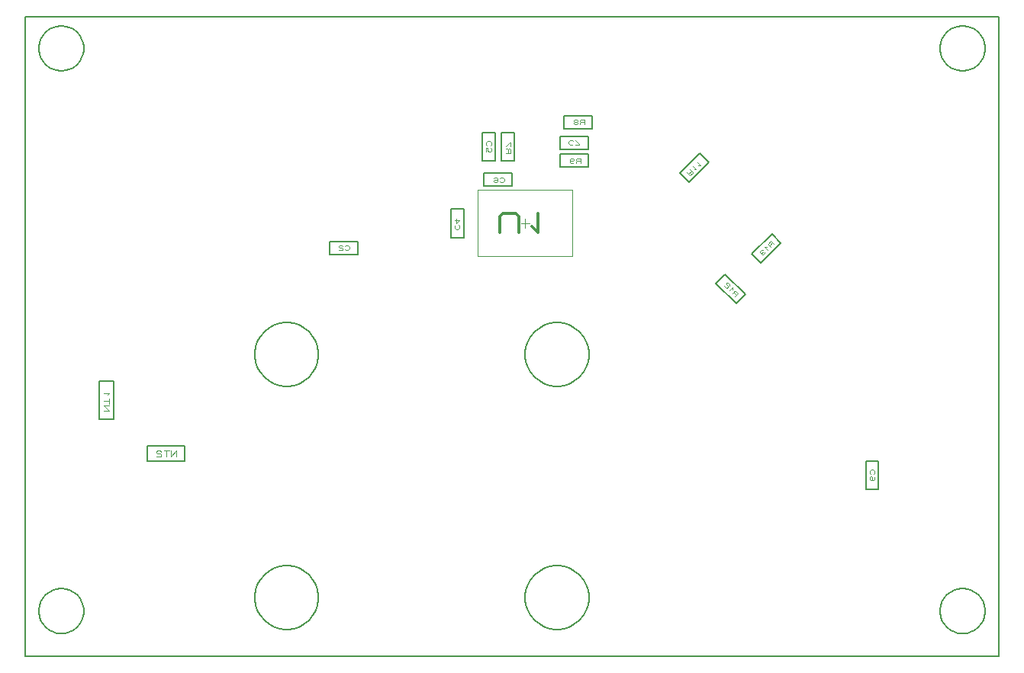
<source format=gbr>
G04 PROTEUS GERBER X2 FILE*
%TF.GenerationSoftware,Labcenter,Proteus,8.6-SP2-Build23525*%
%TF.CreationDate,2018-04-04T03:23:59+00:00*%
%TF.FileFunction,AssemblyDrawing,Bot*%
%TF.FilePolarity,Positive*%
%TF.Part,Single*%
%FSLAX45Y45*%
%MOMM*%
G01*
%TA.AperFunction,Material*%
%ADD73C,0.203200*%
%ADD67C,0.085340*%
%TA.AperFunction,Profile*%
%ADD17C,0.203200*%
%TA.AperFunction,Material*%
%ADD68C,0.100580*%
%ADD59C,0.050000*%
%ADD69C,0.351660*%
%ADD74C,0.078740*%
%TD.AperFunction*%
D73*
X+8926340Y-650800D02*
X+9068580Y-650800D01*
X+9068580Y-335840D01*
X+8926340Y-335840D01*
X+8926340Y-650800D01*
D67*
X+9014529Y-476251D02*
X+9023064Y-467716D01*
X+9023064Y-442113D01*
X+9005995Y-425045D01*
X+8988926Y-425045D01*
X+8971857Y-442113D01*
X+8971857Y-467716D01*
X+8980392Y-476251D01*
X+8988926Y-544526D02*
X+8997460Y-535991D01*
X+8997460Y-510388D01*
X+8988926Y-501854D01*
X+8980392Y-501854D01*
X+8971857Y-510388D01*
X+8971857Y-535991D01*
X+8980392Y-544526D01*
X+9014529Y-544526D01*
X+9023064Y-535991D01*
X+9023064Y-510388D01*
D17*
X-400000Y-2500000D02*
X+10400000Y-2500000D01*
X+10400000Y+4600000D01*
X-400000Y+4600000D01*
X-400000Y-2500000D01*
D73*
X+949200Y-333820D02*
X+1365760Y-333820D01*
X+1365760Y-166180D01*
X+949200Y-166180D01*
X+949200Y-333820D01*
D68*
X+1278180Y-280176D02*
X+1278180Y-219825D01*
X+1217830Y-280176D01*
X+1217830Y-219825D01*
X+1197713Y-219825D02*
X+1137363Y-219825D01*
X+1167538Y-219825D02*
X+1167538Y-280176D01*
X+1107188Y-229884D02*
X+1097130Y-219825D01*
X+1066955Y-219825D01*
X+1056896Y-229884D01*
X+1056896Y-239942D01*
X+1066955Y-250000D01*
X+1097130Y-250000D01*
X+1107188Y-260059D01*
X+1107188Y-280176D01*
X+1056896Y-280176D01*
D73*
X+416180Y+134240D02*
X+583820Y+134240D01*
X+583820Y+550800D01*
X+416180Y+550800D01*
X+416180Y+134240D01*
D68*
X+469824Y+221820D02*
X+530175Y+221820D01*
X+469824Y+282170D01*
X+530175Y+282170D01*
X+530175Y+302287D02*
X+530175Y+362637D01*
X+530175Y+332462D02*
X+469824Y+332462D01*
X+510058Y+402870D02*
X+530175Y+422987D01*
X+469824Y+422987D01*
D59*
X+5673120Y+2679380D02*
X+5673120Y+1939380D01*
X+4623120Y+1939380D01*
X+4623120Y+2679380D01*
X+5673120Y+2679380D01*
X+5098120Y+2309380D02*
X+5198120Y+2309380D01*
X+5148120Y+2259380D02*
X+5148120Y+2359380D01*
D69*
X+4866788Y+2203881D02*
X+4866788Y+2379714D01*
X+4901954Y+2414880D01*
X+5042620Y+2414880D01*
X+5077787Y+2379714D01*
X+5077787Y+2203881D01*
X+5218453Y+2274214D02*
X+5288786Y+2203881D01*
X+5288786Y+2414880D01*
D73*
X+4322540Y+2149380D02*
X+4464780Y+2149380D01*
X+4464780Y+2464340D01*
X+4322540Y+2464340D01*
X+4322540Y+2149380D01*
D67*
X+4376591Y+2289791D02*
X+4368056Y+2281256D01*
X+4368056Y+2255653D01*
X+4385125Y+2238585D01*
X+4402194Y+2238585D01*
X+4419263Y+2255653D01*
X+4419263Y+2281256D01*
X+4410728Y+2289791D01*
X+4385125Y+2358066D02*
X+4385125Y+2306860D01*
X+4419263Y+2340997D01*
X+4368056Y+2340997D01*
D73*
X+7365296Y+1738875D02*
X+7588007Y+1516164D01*
X+7487428Y+1415585D01*
X+7264718Y+1638296D01*
X+7365296Y+1738875D01*
D74*
X+7476472Y+1493714D02*
X+7509878Y+1527120D01*
X+7482039Y+1554959D01*
X+7470904Y+1554959D01*
X+7465336Y+1549391D01*
X+7465336Y+1538256D01*
X+7493175Y+1510417D01*
X+7465336Y+1538256D02*
X+7454200Y+1538256D01*
X+7443065Y+1527120D01*
X+7443065Y+1571662D02*
X+7443065Y+1593933D01*
X+7409658Y+1560527D01*
X+7409659Y+1616204D02*
X+7409659Y+1627340D01*
X+7392955Y+1644043D01*
X+7381820Y+1644043D01*
X+7376252Y+1638475D01*
X+7376252Y+1627340D01*
X+7392955Y+1610636D01*
X+7392955Y+1599501D01*
X+7381820Y+1588365D01*
X+7353981Y+1616204D01*
D73*
X+7661124Y+1965296D02*
X+7883835Y+2188007D01*
X+7984414Y+2087428D01*
X+7761703Y+1864718D01*
X+7661124Y+1965296D01*
D74*
X+7906285Y+2076472D02*
X+7872879Y+2109878D01*
X+7845040Y+2082039D01*
X+7845040Y+2070904D01*
X+7850608Y+2065336D01*
X+7861743Y+2065336D01*
X+7889582Y+2093175D01*
X+7861743Y+2065336D02*
X+7861743Y+2054200D01*
X+7872879Y+2043065D01*
X+7828337Y+2043065D02*
X+7806066Y+2043065D01*
X+7839472Y+2009658D01*
X+7783795Y+2009659D02*
X+7772659Y+2009659D01*
X+7755956Y+1992955D01*
X+7755956Y+1981820D01*
X+7761524Y+1976252D01*
X+7772659Y+1976252D01*
X+7772659Y+1965116D01*
X+7778227Y+1959549D01*
X+7789363Y+1959549D01*
X+7806066Y+1976252D01*
X+7806066Y+1987388D01*
X+7783795Y+1987388D02*
X+7772659Y+1976252D01*
D73*
X+7188007Y+2983836D02*
X+6965296Y+2761125D01*
X+6864717Y+2861704D01*
X+7087428Y+3084414D01*
X+7188007Y+2983836D01*
D74*
X+6942846Y+2872660D02*
X+6976252Y+2839254D01*
X+7004091Y+2867093D01*
X+7004091Y+2878228D01*
X+6998523Y+2883796D01*
X+6987388Y+2883796D01*
X+6959549Y+2855957D01*
X+6987388Y+2883796D02*
X+6987388Y+2894932D01*
X+6976252Y+2906067D01*
X+7020794Y+2906067D02*
X+7043065Y+2906067D01*
X+7009659Y+2939474D01*
X+7065336Y+2950609D02*
X+7087607Y+2950609D01*
X+7054201Y+2984016D01*
D73*
X+5577840Y+3360420D02*
X+5892800Y+3360420D01*
X+5892800Y+3502660D01*
X+5577840Y+3502660D01*
X+5577840Y+3360420D01*
D67*
X+5803595Y+3405936D02*
X+5803595Y+3457143D01*
X+5760924Y+3457143D01*
X+5752389Y+3448608D01*
X+5752389Y+3440074D01*
X+5760924Y+3431540D01*
X+5803595Y+3431540D01*
X+5760924Y+3431540D02*
X+5752389Y+3423005D01*
X+5752389Y+3405936D01*
X+5718252Y+3431540D02*
X+5726786Y+3440074D01*
X+5726786Y+3448608D01*
X+5718252Y+3457143D01*
X+5692649Y+3457143D01*
X+5684114Y+3448608D01*
X+5684114Y+3440074D01*
X+5692649Y+3431540D01*
X+5718252Y+3431540D01*
X+5726786Y+3423005D01*
X+5726786Y+3414471D01*
X+5718252Y+3405936D01*
X+5692649Y+3405936D01*
X+5684114Y+3414471D01*
X+5684114Y+3423005D01*
X+5692649Y+3431540D01*
D73*
X+5535840Y+3131420D02*
X+5850800Y+3131420D01*
X+5850800Y+3273660D01*
X+5535840Y+3273660D01*
X+5535840Y+3131420D01*
D67*
X+5676251Y+3219609D02*
X+5667716Y+3228144D01*
X+5642113Y+3228144D01*
X+5625045Y+3211075D01*
X+5625045Y+3194006D01*
X+5642113Y+3176937D01*
X+5667716Y+3176937D01*
X+5676251Y+3185472D01*
X+5701854Y+3176937D02*
X+5744526Y+3176937D01*
X+5744526Y+3185472D01*
X+5701854Y+3228144D01*
D73*
X+5535840Y+2931420D02*
X+5850800Y+2931420D01*
X+5850800Y+3073660D01*
X+5535840Y+3073660D01*
X+5535840Y+2931420D01*
D67*
X+5761595Y+2976936D02*
X+5761595Y+3028143D01*
X+5718924Y+3028143D01*
X+5710389Y+3019608D01*
X+5710389Y+3011074D01*
X+5718924Y+3002540D01*
X+5761595Y+3002540D01*
X+5718924Y+3002540D02*
X+5710389Y+2994005D01*
X+5710389Y+2976936D01*
X+5642114Y+3011074D02*
X+5650649Y+3002540D01*
X+5676252Y+3002540D01*
X+5684786Y+3011074D01*
X+5684786Y+3019608D01*
X+5676252Y+3028143D01*
X+5650649Y+3028143D01*
X+5642114Y+3019608D01*
X+5642114Y+2985471D01*
X+5650649Y+2976936D01*
X+5676252Y+2976936D01*
D73*
X+4671060Y+2997200D02*
X+4813300Y+2997200D01*
X+4813300Y+3312160D01*
X+4671060Y+3312160D01*
X+4671060Y+2997200D01*
D67*
X+4759249Y+3171749D02*
X+4767784Y+3180284D01*
X+4767784Y+3205887D01*
X+4750715Y+3222955D01*
X+4733646Y+3222955D01*
X+4716577Y+3205887D01*
X+4716577Y+3180284D01*
X+4725112Y+3171749D01*
X+4716577Y+3103474D02*
X+4716577Y+3146146D01*
X+4733646Y+3146146D01*
X+4733646Y+3112009D01*
X+4742180Y+3103474D01*
X+4759249Y+3103474D01*
X+4767784Y+3112009D01*
X+4767784Y+3137612D01*
X+4759249Y+3146146D01*
D73*
X+4883960Y+2997200D02*
X+5026200Y+2997200D01*
X+5026200Y+3312160D01*
X+4883960Y+3312160D01*
X+4883960Y+2997200D01*
D67*
X+4929476Y+3086405D02*
X+4980683Y+3086405D01*
X+4980683Y+3129076D01*
X+4972148Y+3137611D01*
X+4963614Y+3137611D01*
X+4955080Y+3129076D01*
X+4955080Y+3086405D01*
X+4955080Y+3129076D02*
X+4946545Y+3137611D01*
X+4929476Y+3137611D01*
X+4980683Y+3163214D02*
X+4980683Y+3205886D01*
X+4972148Y+3205886D01*
X+4929476Y+3163214D01*
D73*
X+4688840Y+2720340D02*
X+5003800Y+2720340D01*
X+5003800Y+2862580D01*
X+4688840Y+2862580D01*
X+4688840Y+2720340D01*
D67*
X+4863389Y+2774391D02*
X+4871924Y+2765856D01*
X+4897527Y+2765856D01*
X+4914595Y+2782925D01*
X+4914595Y+2799994D01*
X+4897527Y+2817063D01*
X+4871924Y+2817063D01*
X+4863389Y+2808528D01*
X+4795114Y+2808528D02*
X+4803649Y+2817063D01*
X+4829252Y+2817063D01*
X+4837786Y+2808528D01*
X+4837786Y+2774391D01*
X+4829252Y+2765856D01*
X+4803649Y+2765856D01*
X+4795114Y+2774391D01*
X+4795114Y+2782925D01*
X+4803649Y+2791460D01*
X+4837786Y+2791460D01*
D73*
X+2974340Y+1963420D02*
X+3289300Y+1963420D01*
X+3289300Y+2105660D01*
X+2974340Y+2105660D01*
X+2974340Y+1963420D01*
D67*
X+3148889Y+2017471D02*
X+3157424Y+2008936D01*
X+3183027Y+2008936D01*
X+3200095Y+2026005D01*
X+3200095Y+2043074D01*
X+3183027Y+2060143D01*
X+3157424Y+2060143D01*
X+3148889Y+2051608D01*
X+3123286Y+2051608D02*
X+3114752Y+2060143D01*
X+3089149Y+2060143D01*
X+3080614Y+2051608D01*
X+3080614Y+2043074D01*
X+3089149Y+2034540D01*
X+3114752Y+2034540D01*
X+3123286Y+2026005D01*
X+3123286Y+2008936D01*
X+3080614Y+2008936D01*
D17*
X+250000Y-2000000D02*
X+249185Y-1979829D01*
X+242566Y-1939486D01*
X+228753Y-1899143D01*
X+206307Y-1858800D01*
X+172010Y-1818582D01*
X+131667Y-1787482D01*
X+91324Y-1767277D01*
X+50981Y-1755253D01*
X+10638Y-1750226D01*
X+0Y-1750000D01*
X-250000Y-2000000D02*
X-249185Y-1979829D01*
X-242566Y-1939486D01*
X-228753Y-1899143D01*
X-206307Y-1858800D01*
X-172010Y-1818582D01*
X-131667Y-1787482D01*
X-91324Y-1767277D01*
X-50981Y-1755253D01*
X-10638Y-1750226D01*
X+0Y-1750000D01*
X-250000Y-2000000D02*
X-249185Y-2020171D01*
X-242566Y-2060514D01*
X-228753Y-2100857D01*
X-206307Y-2141200D01*
X-172010Y-2181418D01*
X-131667Y-2212518D01*
X-91324Y-2232723D01*
X-50981Y-2244747D01*
X-10638Y-2249774D01*
X+0Y-2250000D01*
X+250000Y-2000000D02*
X+249185Y-2020171D01*
X+242566Y-2060514D01*
X+228753Y-2100857D01*
X+206307Y-2141200D01*
X+172010Y-2181418D01*
X+131667Y-2212518D01*
X+91324Y-2232723D01*
X+50981Y-2244747D01*
X+10638Y-2249774D01*
X+0Y-2250000D01*
X+10250000Y-2000000D02*
X+10249185Y-1979829D01*
X+10242566Y-1939486D01*
X+10228753Y-1899143D01*
X+10206307Y-1858800D01*
X+10172010Y-1818582D01*
X+10131667Y-1787482D01*
X+10091324Y-1767277D01*
X+10050981Y-1755253D01*
X+10010638Y-1750226D01*
X+10000000Y-1750000D01*
X+9750000Y-2000000D02*
X+9750815Y-1979829D01*
X+9757434Y-1939486D01*
X+9771247Y-1899143D01*
X+9793693Y-1858800D01*
X+9827990Y-1818582D01*
X+9868333Y-1787482D01*
X+9908676Y-1767277D01*
X+9949019Y-1755253D01*
X+9989362Y-1750226D01*
X+10000000Y-1750000D01*
X+9750000Y-2000000D02*
X+9750815Y-2020171D01*
X+9757434Y-2060514D01*
X+9771247Y-2100857D01*
X+9793693Y-2141200D01*
X+9827990Y-2181418D01*
X+9868333Y-2212518D01*
X+9908676Y-2232723D01*
X+9949019Y-2244747D01*
X+9989362Y-2249774D01*
X+10000000Y-2250000D01*
X+10250000Y-2000000D02*
X+10249185Y-2020171D01*
X+10242566Y-2060514D01*
X+10228753Y-2100857D01*
X+10206307Y-2141200D01*
X+10172010Y-2181418D01*
X+10131667Y-2212518D01*
X+10091324Y-2232723D01*
X+10050981Y-2244747D01*
X+10010638Y-2249774D01*
X+10000000Y-2250000D01*
X+10250000Y+4250000D02*
X+10249185Y+4270171D01*
X+10242566Y+4310514D01*
X+10228753Y+4350857D01*
X+10206307Y+4391200D01*
X+10172010Y+4431418D01*
X+10131667Y+4462518D01*
X+10091324Y+4482723D01*
X+10050981Y+4494747D01*
X+10010638Y+4499774D01*
X+10000000Y+4500000D01*
X+9750000Y+4250000D02*
X+9750815Y+4270171D01*
X+9757434Y+4310514D01*
X+9771247Y+4350857D01*
X+9793693Y+4391200D01*
X+9827990Y+4431418D01*
X+9868333Y+4462518D01*
X+9908676Y+4482723D01*
X+9949019Y+4494747D01*
X+9989362Y+4499774D01*
X+10000000Y+4500000D01*
X+9750000Y+4250000D02*
X+9750815Y+4229829D01*
X+9757434Y+4189486D01*
X+9771247Y+4149143D01*
X+9793693Y+4108800D01*
X+9827990Y+4068582D01*
X+9868333Y+4037482D01*
X+9908676Y+4017277D01*
X+9949019Y+4005253D01*
X+9989362Y+4000226D01*
X+10000000Y+4000000D01*
X+10250000Y+4250000D02*
X+10249185Y+4229829D01*
X+10242566Y+4189486D01*
X+10228753Y+4149143D01*
X+10206307Y+4108800D01*
X+10172010Y+4068582D01*
X+10131667Y+4037482D01*
X+10091324Y+4017277D01*
X+10050981Y+4005253D01*
X+10010638Y+4000226D01*
X+10000000Y+4000000D01*
X+250000Y+4250000D02*
X+249185Y+4270171D01*
X+242566Y+4310514D01*
X+228753Y+4350857D01*
X+206307Y+4391200D01*
X+172010Y+4431418D01*
X+131667Y+4462518D01*
X+91324Y+4482723D01*
X+50981Y+4494747D01*
X+10638Y+4499774D01*
X+0Y+4500000D01*
X-250000Y+4250000D02*
X-249185Y+4270171D01*
X-242566Y+4310514D01*
X-228753Y+4350857D01*
X-206307Y+4391200D01*
X-172010Y+4431418D01*
X-131667Y+4462518D01*
X-91324Y+4482723D01*
X-50981Y+4494747D01*
X-10638Y+4499774D01*
X+0Y+4500000D01*
X-250000Y+4250000D02*
X-249185Y+4229829D01*
X-242566Y+4189486D01*
X-228753Y+4149143D01*
X-206307Y+4108800D01*
X-172010Y+4068582D01*
X-131667Y+4037482D01*
X-91324Y+4017277D01*
X-50981Y+4005253D01*
X-10638Y+4000226D01*
X+0Y+4000000D01*
X+250000Y+4250000D02*
X+249185Y+4229829D01*
X+242566Y+4189486D01*
X+228753Y+4149143D01*
X+206307Y+4108800D01*
X+172010Y+4068582D01*
X+131667Y+4037482D01*
X+91324Y+4017277D01*
X+50981Y+4005253D01*
X+10638Y+4000226D01*
X+0Y+4000000D01*
X+2853553Y+850000D02*
X+2852430Y+878155D01*
X+2843315Y+934467D01*
X+2824316Y+990779D01*
X+2793521Y+1047091D01*
X+2746596Y+1103358D01*
X+2690284Y+1147979D01*
X+2633972Y+1177187D01*
X+2577660Y+1194918D01*
X+2521348Y+1202908D01*
X+2500000Y+1203553D01*
X+2146447Y+850000D02*
X+2147570Y+878155D01*
X+2156685Y+934467D01*
X+2175684Y+990779D01*
X+2206479Y+1047091D01*
X+2253404Y+1103358D01*
X+2309716Y+1147979D01*
X+2366028Y+1177187D01*
X+2422340Y+1194918D01*
X+2478652Y+1202908D01*
X+2500000Y+1203553D01*
X+2146447Y+850000D02*
X+2147570Y+821845D01*
X+2156685Y+765533D01*
X+2175684Y+709221D01*
X+2206479Y+652909D01*
X+2253404Y+596642D01*
X+2309716Y+552021D01*
X+2366028Y+522813D01*
X+2422340Y+505082D01*
X+2478652Y+497092D01*
X+2500000Y+496447D01*
X+2853553Y+850000D02*
X+2852430Y+821845D01*
X+2843315Y+765533D01*
X+2824316Y+709221D01*
X+2793521Y+652909D01*
X+2746596Y+596642D01*
X+2690284Y+552021D01*
X+2633972Y+522813D01*
X+2577660Y+505082D01*
X+2521348Y+497092D01*
X+2500000Y+496447D01*
X+2853553Y-1850000D02*
X+2852430Y-1821845D01*
X+2843315Y-1765533D01*
X+2824316Y-1709221D01*
X+2793521Y-1652909D01*
X+2746596Y-1596642D01*
X+2690284Y-1552021D01*
X+2633972Y-1522813D01*
X+2577660Y-1505082D01*
X+2521348Y-1497092D01*
X+2500000Y-1496447D01*
X+2146447Y-1850000D02*
X+2147570Y-1821845D01*
X+2156685Y-1765533D01*
X+2175684Y-1709221D01*
X+2206479Y-1652909D01*
X+2253404Y-1596642D01*
X+2309716Y-1552021D01*
X+2366028Y-1522813D01*
X+2422340Y-1505082D01*
X+2478652Y-1497092D01*
X+2500000Y-1496447D01*
X+2146447Y-1850000D02*
X+2147570Y-1878155D01*
X+2156685Y-1934467D01*
X+2175684Y-1990779D01*
X+2206479Y-2047091D01*
X+2253404Y-2103358D01*
X+2309716Y-2147979D01*
X+2366028Y-2177187D01*
X+2422340Y-2194918D01*
X+2478652Y-2202908D01*
X+2500000Y-2203553D01*
X+2853553Y-1850000D02*
X+2852430Y-1878155D01*
X+2843315Y-1934467D01*
X+2824316Y-1990779D01*
X+2793521Y-2047091D01*
X+2746596Y-2103358D01*
X+2690284Y-2147979D01*
X+2633972Y-2177187D01*
X+2577660Y-2194918D01*
X+2521348Y-2202908D01*
X+2500000Y-2203553D01*
X+5853553Y+850000D02*
X+5852430Y+878155D01*
X+5843315Y+934467D01*
X+5824316Y+990779D01*
X+5793521Y+1047091D01*
X+5746596Y+1103358D01*
X+5690284Y+1147979D01*
X+5633972Y+1177187D01*
X+5577660Y+1194918D01*
X+5521348Y+1202908D01*
X+5500000Y+1203553D01*
X+5146447Y+850000D02*
X+5147570Y+878155D01*
X+5156685Y+934467D01*
X+5175684Y+990779D01*
X+5206479Y+1047091D01*
X+5253404Y+1103358D01*
X+5309716Y+1147979D01*
X+5366028Y+1177187D01*
X+5422340Y+1194918D01*
X+5478652Y+1202908D01*
X+5500000Y+1203553D01*
X+5146447Y+850000D02*
X+5147570Y+821845D01*
X+5156685Y+765533D01*
X+5175684Y+709221D01*
X+5206479Y+652909D01*
X+5253404Y+596642D01*
X+5309716Y+552021D01*
X+5366028Y+522813D01*
X+5422340Y+505082D01*
X+5478652Y+497092D01*
X+5500000Y+496447D01*
X+5853553Y+850000D02*
X+5852430Y+821845D01*
X+5843315Y+765533D01*
X+5824316Y+709221D01*
X+5793521Y+652909D01*
X+5746596Y+596642D01*
X+5690284Y+552021D01*
X+5633972Y+522813D01*
X+5577660Y+505082D01*
X+5521348Y+497092D01*
X+5500000Y+496447D01*
X+5853553Y-1850000D02*
X+5852430Y-1821845D01*
X+5843315Y-1765533D01*
X+5824316Y-1709221D01*
X+5793521Y-1652909D01*
X+5746596Y-1596642D01*
X+5690284Y-1552021D01*
X+5633972Y-1522813D01*
X+5577660Y-1505082D01*
X+5521348Y-1497092D01*
X+5500000Y-1496447D01*
X+5146447Y-1850000D02*
X+5147570Y-1821845D01*
X+5156685Y-1765533D01*
X+5175684Y-1709221D01*
X+5206479Y-1652909D01*
X+5253404Y-1596642D01*
X+5309716Y-1552021D01*
X+5366028Y-1522813D01*
X+5422340Y-1505082D01*
X+5478652Y-1497092D01*
X+5500000Y-1496447D01*
X+5146447Y-1850000D02*
X+5147570Y-1878155D01*
X+5156685Y-1934467D01*
X+5175684Y-1990779D01*
X+5206479Y-2047091D01*
X+5253404Y-2103358D01*
X+5309716Y-2147979D01*
X+5366028Y-2177187D01*
X+5422340Y-2194918D01*
X+5478652Y-2202908D01*
X+5500000Y-2203553D01*
X+5853553Y-1850000D02*
X+5852430Y-1878155D01*
X+5843315Y-1934467D01*
X+5824316Y-1990779D01*
X+5793521Y-2047091D01*
X+5746596Y-2103358D01*
X+5690284Y-2147979D01*
X+5633972Y-2177187D01*
X+5577660Y-2194918D01*
X+5521348Y-2202908D01*
X+5500000Y-2203553D01*
M02*

</source>
